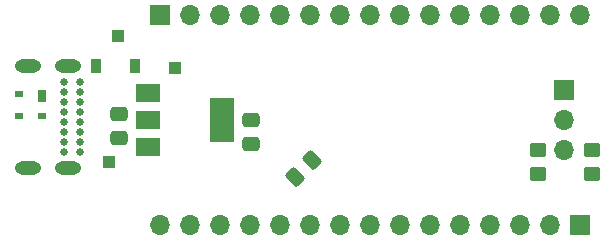
<source format=gbs>
G04 #@! TF.GenerationSoftware,KiCad,Pcbnew,6.0.8-f2edbf62ab~116~ubuntu22.04.1*
G04 #@! TF.CreationDate,2022-10-28T12:05:06+02:00*
G04 #@! TF.ProjectId,FLWSB-SAMDaaNo21,464c5753-422d-4534-914d-4461614e6f32,1.0*
G04 #@! TF.SameCoordinates,Original*
G04 #@! TF.FileFunction,Soldermask,Bot*
G04 #@! TF.FilePolarity,Negative*
%FSLAX46Y46*%
G04 Gerber Fmt 4.6, Leading zero omitted, Abs format (unit mm)*
G04 Created by KiCad (PCBNEW 6.0.8-f2edbf62ab~116~ubuntu22.04.1) date 2022-10-28 12:05:06*
%MOMM*%
%LPD*%
G01*
G04 APERTURE LIST*
G04 Aperture macros list*
%AMRoundRect*
0 Rectangle with rounded corners*
0 $1 Rounding radius*
0 $2 $3 $4 $5 $6 $7 $8 $9 X,Y pos of 4 corners*
0 Add a 4 corners polygon primitive as box body*
4,1,4,$2,$3,$4,$5,$6,$7,$8,$9,$2,$3,0*
0 Add four circle primitives for the rounded corners*
1,1,$1+$1,$2,$3*
1,1,$1+$1,$4,$5*
1,1,$1+$1,$6,$7*
1,1,$1+$1,$8,$9*
0 Add four rect primitives between the rounded corners*
20,1,$1+$1,$2,$3,$4,$5,0*
20,1,$1+$1,$4,$5,$6,$7,0*
20,1,$1+$1,$6,$7,$8,$9,0*
20,1,$1+$1,$8,$9,$2,$3,0*%
G04 Aperture macros list end*
%ADD10R,1.700000X1.700000*%
%ADD11O,1.700000X1.700000*%
%ADD12R,1.000000X1.000000*%
%ADD13C,0.650000*%
%ADD14O,2.216000X1.108000*%
%ADD15R,0.914400X1.219200*%
%ADD16RoundRect,0.250000X-0.450000X0.350000X-0.450000X-0.350000X0.450000X-0.350000X0.450000X0.350000X0*%
%ADD17RoundRect,0.250000X-0.475000X0.337500X-0.475000X-0.337500X0.475000X-0.337500X0.475000X0.337500X0*%
%ADD18R,0.700000X1.000000*%
%ADD19R,0.700000X0.600000*%
%ADD20RoundRect,0.250000X0.097227X-0.574524X0.574524X-0.097227X-0.097227X0.574524X-0.574524X0.097227X0*%
%ADD21R,2.000000X1.500000*%
%ADD22R,2.000000X3.800000*%
G04 APERTURE END LIST*
D10*
X132080000Y-87630000D03*
D11*
X129540000Y-87630000D03*
X127000000Y-87630000D03*
X124460000Y-87630000D03*
X121920000Y-87630000D03*
X119380000Y-87630000D03*
X116840000Y-87630000D03*
X114300000Y-87630000D03*
X111760000Y-87630000D03*
X109220000Y-87630000D03*
X106680000Y-87630000D03*
X104140000Y-87630000D03*
X101600000Y-87630000D03*
X99060000Y-87630000D03*
X96520000Y-87630000D03*
D12*
X92202000Y-82296000D03*
D10*
X96520000Y-69850000D03*
D11*
X99060000Y-69850000D03*
X101600000Y-69850000D03*
X104140000Y-69850000D03*
X106680000Y-69850000D03*
X109220000Y-69850000D03*
X111760000Y-69850000D03*
X114300000Y-69850000D03*
X116840000Y-69850000D03*
X119380000Y-69850000D03*
X121920000Y-69850000D03*
X124460000Y-69850000D03*
X127000000Y-69850000D03*
X129540000Y-69850000D03*
X132080000Y-69850000D03*
D12*
X92964000Y-71628000D03*
X97790000Y-74295000D03*
D10*
X130725015Y-76200000D03*
D11*
X130725015Y-78740000D03*
X130725015Y-81280000D03*
D13*
X89750917Y-75471000D03*
X89750917Y-76321000D03*
X89750917Y-77171000D03*
X89750917Y-78021000D03*
X89750917Y-78871000D03*
X89750917Y-79721000D03*
X89750917Y-80571000D03*
X89750917Y-81421000D03*
X88400917Y-81421000D03*
X88400917Y-80571000D03*
X88400917Y-79721000D03*
X88400917Y-78871000D03*
X88400917Y-78021000D03*
X88400917Y-77171000D03*
X88400917Y-76321000D03*
X88400917Y-75471000D03*
D14*
X88770917Y-74121000D03*
X88770917Y-82771000D03*
X85390917Y-82771000D03*
X85390917Y-74121000D03*
D15*
X94437540Y-74175725D03*
X91160940Y-74175725D03*
D16*
X128524000Y-81296000D03*
X128524000Y-83296000D03*
X133096000Y-81296000D03*
X133096000Y-83296000D03*
D17*
X93066000Y-78210500D03*
X93066000Y-80285500D03*
D18*
X86598000Y-76720000D03*
D19*
X86598000Y-78420000D03*
X84598000Y-78420000D03*
X84598000Y-76520000D03*
D20*
X107978377Y-83537623D03*
X109445623Y-82070377D03*
D21*
X95504000Y-81040000D03*
X95504000Y-78740000D03*
D22*
X101804000Y-78740000D03*
D21*
X95504000Y-76440000D03*
D17*
X104242000Y-78718500D03*
X104242000Y-80793500D03*
M02*

</source>
